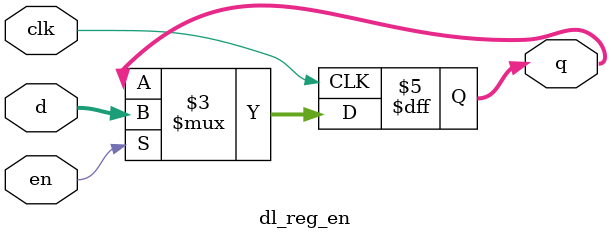
<source format=v>
/*  
    Filename: dl_reg_en.v

    Paramterized register implementation w/ enable.
*/
//--------------------------------------------------------------

`ifndef __DL_REG_EN_V__
`define __DL_REG_EN_V__

module dl_reg_en #(
    parameter   NUM_BITS = 32
)(
    input  wire                 clk,
    input  wire                 en,
    input  wire [NUM_BITS-1:0]  d,
    output reg  [NUM_BITS-1:0]  q
);

    always @(posedge clk) begin
        if (en) begin
            q <= d;
        end else begin
            q <= q;
        end
    end

endmodule

`endif // __DL_REG_EN_V__
</source>
